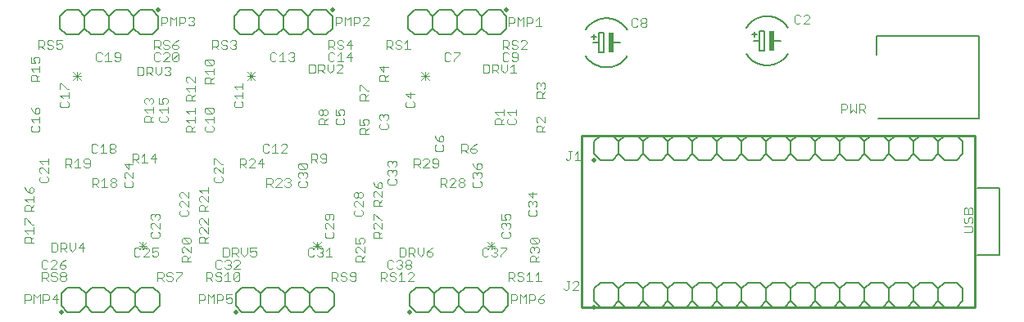
<source format=gbr>
G04 EAGLE Gerber RS-274X export*
G75*
%MOMM*%
%FSLAX34Y34*%
%LPD*%
%INSilkscreen Top*%
%IPPOS*%
%AMOC8*
5,1,8,0,0,1.08239X$1,22.5*%
G01*
%ADD10C,0.152400*%
%ADD11C,0.101600*%
%ADD12C,0.254000*%
%ADD13C,0.508000*%
%ADD14C,0.076200*%
%ADD15R,0.508000X2.032000*%
%ADD16C,0.203200*%


D10*
X987450Y128350D02*
X1010150Y128350D01*
X1010150Y58500D01*
X987450Y58500D01*
D11*
X981047Y82625D02*
X973420Y82625D01*
X981047Y82625D02*
X982572Y84151D01*
X982572Y87201D01*
X981047Y88726D01*
X973420Y88726D01*
X973420Y96556D02*
X974946Y98082D01*
X973420Y96556D02*
X973420Y93506D01*
X974946Y91980D01*
X976471Y91980D01*
X977996Y93506D01*
X977996Y96556D01*
X979521Y98082D01*
X981047Y98082D01*
X982572Y96556D01*
X982572Y93506D01*
X981047Y91980D01*
X982572Y101336D02*
X973420Y101336D01*
X973420Y105912D01*
X974946Y107437D01*
X976471Y107437D01*
X977996Y105912D01*
X979521Y107437D01*
X981047Y107437D01*
X982572Y105912D01*
X982572Y101336D01*
X977996Y101336D02*
X977996Y105912D01*
D12*
X985050Y182750D02*
X985050Y4950D01*
X578650Y4950D01*
X578650Y182750D01*
X985050Y182750D01*
D10*
X450000Y293650D02*
X443650Y287300D01*
X430950Y287300D01*
X424600Y293650D01*
X424600Y306350D01*
X430950Y312700D01*
X443650Y312700D01*
X450000Y306350D01*
X481750Y287300D02*
X494450Y287300D01*
X481750Y287300D02*
X475400Y293650D01*
X475400Y306350D01*
X481750Y312700D01*
X475400Y293650D02*
X469050Y287300D01*
X456350Y287300D01*
X450000Y293650D01*
X450000Y306350D01*
X456350Y312700D01*
X469050Y312700D01*
X475400Y306350D01*
X500800Y306350D02*
X500800Y293650D01*
X494450Y287300D01*
X500800Y306350D02*
X494450Y312700D01*
X481750Y312700D01*
X418250Y287300D02*
X405550Y287300D01*
X399200Y293650D01*
X399200Y306350D01*
X405550Y312700D01*
X424600Y293650D02*
X418250Y287300D01*
X424600Y306350D02*
X418250Y312700D01*
X405550Y312700D01*
D13*
X500800Y312700D03*
D11*
X502808Y304910D02*
X502808Y295758D01*
X502808Y304910D02*
X507384Y304910D01*
X508909Y303385D01*
X508909Y300334D01*
X507384Y298809D01*
X502808Y298809D01*
X512163Y295758D02*
X512163Y304910D01*
X515214Y301859D01*
X518264Y304910D01*
X518264Y295758D01*
X521518Y295758D02*
X521518Y304910D01*
X526094Y304910D01*
X527620Y303385D01*
X527620Y300334D01*
X526094Y298809D01*
X521518Y298809D01*
X530874Y301859D02*
X533924Y304910D01*
X533924Y295758D01*
X530874Y295758D02*
X536975Y295758D01*
D10*
X826300Y182750D02*
X839000Y182750D01*
X845350Y176400D01*
X845350Y163700D01*
X839000Y157350D01*
X845350Y176400D02*
X851700Y182750D01*
X864400Y182750D01*
X870750Y176400D01*
X870750Y163700D01*
X864400Y157350D01*
X851700Y157350D01*
X845350Y163700D01*
X800900Y182750D02*
X794550Y176400D01*
X800900Y182750D02*
X813600Y182750D01*
X819950Y176400D01*
X819950Y163700D01*
X813600Y157350D01*
X800900Y157350D01*
X794550Y163700D01*
X819950Y176400D02*
X826300Y182750D01*
X819950Y163700D02*
X826300Y157350D01*
X839000Y157350D01*
X762800Y182750D02*
X750100Y182750D01*
X762800Y182750D02*
X769150Y176400D01*
X769150Y163700D01*
X762800Y157350D01*
X769150Y176400D02*
X775500Y182750D01*
X788200Y182750D01*
X794550Y176400D01*
X794550Y163700D01*
X788200Y157350D01*
X775500Y157350D01*
X769150Y163700D01*
X724700Y182750D02*
X718350Y176400D01*
X724700Y182750D02*
X737400Y182750D01*
X743750Y176400D01*
X743750Y163700D01*
X737400Y157350D01*
X724700Y157350D01*
X718350Y163700D01*
X743750Y176400D02*
X750100Y182750D01*
X743750Y163700D02*
X750100Y157350D01*
X762800Y157350D01*
X686600Y182750D02*
X673900Y182750D01*
X686600Y182750D02*
X692950Y176400D01*
X692950Y163700D01*
X686600Y157350D01*
X692950Y176400D02*
X699300Y182750D01*
X712000Y182750D01*
X718350Y176400D01*
X718350Y163700D01*
X712000Y157350D01*
X699300Y157350D01*
X692950Y163700D01*
X648500Y182750D02*
X642150Y176400D01*
X648500Y182750D02*
X661200Y182750D01*
X667550Y176400D01*
X667550Y163700D01*
X661200Y157350D01*
X648500Y157350D01*
X642150Y163700D01*
X667550Y176400D02*
X673900Y182750D01*
X667550Y163700D02*
X673900Y157350D01*
X686600Y157350D01*
X610400Y182750D02*
X597700Y182750D01*
X610400Y182750D02*
X616750Y176400D01*
X616750Y163700D01*
X610400Y157350D01*
X616750Y176400D02*
X623100Y182750D01*
X635800Y182750D01*
X642150Y176400D01*
X642150Y163700D01*
X635800Y157350D01*
X623100Y157350D01*
X616750Y163700D01*
X591350Y163700D02*
X591350Y176400D01*
X597700Y182750D01*
X591350Y163700D02*
X597700Y157350D01*
X610400Y157350D01*
X870750Y176400D02*
X877100Y182750D01*
X889800Y182750D01*
X896150Y176400D01*
X896150Y163700D01*
X889800Y157350D01*
X877100Y157350D01*
X870750Y163700D01*
D13*
X591350Y157350D03*
D10*
X927900Y182750D02*
X940600Y182750D01*
X946950Y176400D01*
X946950Y163700D01*
X940600Y157350D01*
X946950Y176400D02*
X953300Y182750D01*
X966000Y182750D01*
X972350Y176400D01*
X972350Y163700D01*
X966000Y157350D01*
X953300Y157350D01*
X946950Y163700D01*
X902500Y182750D02*
X896150Y176400D01*
X902500Y182750D02*
X915200Y182750D01*
X921550Y176400D01*
X921550Y163700D01*
X915200Y157350D01*
X902500Y157350D01*
X896150Y163700D01*
X921550Y176400D02*
X927900Y182750D01*
X921550Y163700D02*
X927900Y157350D01*
X940600Y157350D01*
D11*
X563521Y157096D02*
X561996Y158621D01*
X563521Y157096D02*
X565047Y157096D01*
X566572Y158621D01*
X566572Y166248D01*
X565047Y166248D02*
X568097Y166248D01*
X571351Y163197D02*
X574402Y166248D01*
X574402Y157096D01*
X577452Y157096D02*
X571351Y157096D01*
D10*
X826300Y30350D02*
X839000Y30350D01*
X845350Y24000D01*
X845350Y11300D01*
X839000Y4950D01*
X845350Y24000D02*
X851700Y30350D01*
X864400Y30350D01*
X870750Y24000D01*
X870750Y11300D01*
X864400Y4950D01*
X851700Y4950D01*
X845350Y11300D01*
X800900Y30350D02*
X794550Y24000D01*
X800900Y30350D02*
X813600Y30350D01*
X819950Y24000D01*
X819950Y11300D01*
X813600Y4950D01*
X800900Y4950D01*
X794550Y11300D01*
X819950Y24000D02*
X826300Y30350D01*
X819950Y11300D02*
X826300Y4950D01*
X839000Y4950D01*
X762800Y30350D02*
X750100Y30350D01*
X762800Y30350D02*
X769150Y24000D01*
X769150Y11300D01*
X762800Y4950D01*
X769150Y24000D02*
X775500Y30350D01*
X788200Y30350D01*
X794550Y24000D01*
X794550Y11300D01*
X788200Y4950D01*
X775500Y4950D01*
X769150Y11300D01*
X724700Y30350D02*
X718350Y24000D01*
X724700Y30350D02*
X737400Y30350D01*
X743750Y24000D01*
X743750Y11300D01*
X737400Y4950D01*
X724700Y4950D01*
X718350Y11300D01*
X743750Y24000D02*
X750100Y30350D01*
X743750Y11300D02*
X750100Y4950D01*
X762800Y4950D01*
X686600Y30350D02*
X673900Y30350D01*
X686600Y30350D02*
X692950Y24000D01*
X692950Y11300D01*
X686600Y4950D01*
X692950Y24000D02*
X699300Y30350D01*
X712000Y30350D01*
X718350Y24000D01*
X718350Y11300D01*
X712000Y4950D01*
X699300Y4950D01*
X692950Y11300D01*
X648500Y30350D02*
X642150Y24000D01*
X648500Y30350D02*
X661200Y30350D01*
X667550Y24000D01*
X667550Y11300D01*
X661200Y4950D01*
X648500Y4950D01*
X642150Y11300D01*
X667550Y24000D02*
X673900Y30350D01*
X667550Y11300D02*
X673900Y4950D01*
X686600Y4950D01*
X610400Y30350D02*
X597700Y30350D01*
X610400Y30350D02*
X616750Y24000D01*
X616750Y11300D01*
X610400Y4950D01*
X616750Y24000D02*
X623100Y30350D01*
X635800Y30350D01*
X642150Y24000D01*
X642150Y11300D01*
X635800Y4950D01*
X623100Y4950D01*
X616750Y11300D01*
X591350Y11300D02*
X591350Y24000D01*
X597700Y30350D01*
X591350Y11300D02*
X597700Y4950D01*
X610400Y4950D01*
X870750Y24000D02*
X877100Y30350D01*
X889800Y30350D01*
X896150Y24000D01*
X896150Y11300D01*
X889800Y4950D01*
X877100Y4950D01*
X870750Y11300D01*
D13*
X591350Y4950D03*
D10*
X927900Y30350D02*
X940600Y30350D01*
X946950Y24000D01*
X946950Y11300D01*
X940600Y4950D01*
X946950Y24000D02*
X953300Y30350D01*
X966000Y30350D01*
X972350Y24000D01*
X972350Y11300D01*
X966000Y4950D01*
X953300Y4950D01*
X946950Y11300D01*
X902500Y30350D02*
X896150Y24000D01*
X902500Y30350D02*
X915200Y30350D01*
X921550Y24000D01*
X921550Y11300D01*
X915200Y4950D01*
X902500Y4950D01*
X896150Y11300D01*
X921550Y24000D02*
X927900Y30350D01*
X921550Y11300D02*
X927900Y4950D01*
X940600Y4950D01*
D11*
X561371Y22496D02*
X559846Y24021D01*
X561371Y22496D02*
X562897Y22496D01*
X564422Y24021D01*
X564422Y31648D01*
X562897Y31648D02*
X565947Y31648D01*
X569201Y22496D02*
X575302Y22496D01*
X569201Y22496D02*
X575302Y28597D01*
X575302Y30123D01*
X573777Y31648D01*
X570726Y31648D01*
X569201Y30123D01*
D14*
X420634Y240192D02*
X412669Y248158D01*
X420634Y248158D02*
X412669Y240192D01*
X412669Y244175D02*
X420634Y244175D01*
X416652Y240192D02*
X416652Y248158D01*
D11*
X476780Y247146D02*
X476780Y256298D01*
X476780Y247146D02*
X481356Y247146D01*
X482881Y248671D01*
X482881Y254773D01*
X481356Y256298D01*
X476780Y256298D01*
X486135Y256298D02*
X486135Y247146D01*
X486135Y256298D02*
X490711Y256298D01*
X492236Y254773D01*
X492236Y251722D01*
X490711Y250197D01*
X486135Y250197D01*
X489186Y250197D02*
X492236Y247146D01*
X495490Y250197D02*
X495490Y256298D01*
X495490Y250197D02*
X498541Y247146D01*
X501592Y250197D01*
X501592Y256298D01*
X504846Y253247D02*
X507896Y256298D01*
X507896Y247146D01*
X504846Y247146D02*
X510947Y247146D01*
X376658Y271858D02*
X376658Y281010D01*
X381234Y281010D01*
X382759Y279485D01*
X382759Y276434D01*
X381234Y274909D01*
X376658Y274909D01*
X379709Y274909D02*
X382759Y271858D01*
X390589Y281010D02*
X392114Y279485D01*
X390589Y281010D02*
X387538Y281010D01*
X386013Y279485D01*
X386013Y277959D01*
X387538Y276434D01*
X390589Y276434D01*
X392114Y274909D01*
X392114Y273383D01*
X390589Y271858D01*
X387538Y271858D01*
X386013Y273383D01*
X395368Y277959D02*
X398419Y281010D01*
X398419Y271858D01*
X395368Y271858D02*
X401470Y271858D01*
X496658Y271858D02*
X496658Y281010D01*
X501234Y281010D01*
X502759Y279485D01*
X502759Y276434D01*
X501234Y274909D01*
X496658Y274909D01*
X499709Y274909D02*
X502759Y271858D01*
X510589Y281010D02*
X512114Y279485D01*
X510589Y281010D02*
X507538Y281010D01*
X506013Y279485D01*
X506013Y277959D01*
X507538Y276434D01*
X510589Y276434D01*
X512114Y274909D01*
X512114Y273383D01*
X510589Y271858D01*
X507538Y271858D01*
X506013Y273383D01*
X515368Y271858D02*
X521470Y271858D01*
X521470Y277959D02*
X515368Y271858D01*
X521470Y277959D02*
X521470Y279485D01*
X519944Y281010D01*
X516894Y281010D01*
X515368Y279485D01*
X531490Y186658D02*
X540642Y186658D01*
X531490Y186658D02*
X531490Y191234D01*
X533016Y192759D01*
X536066Y192759D01*
X537591Y191234D01*
X537591Y186658D01*
X537591Y189709D02*
X540642Y192759D01*
X540642Y196013D02*
X540642Y202114D01*
X540642Y196013D02*
X534541Y202114D01*
X533016Y202114D01*
X531490Y200589D01*
X531490Y197538D01*
X533016Y196013D01*
X531490Y221658D02*
X540642Y221658D01*
X531490Y221658D02*
X531490Y226234D01*
X533016Y227759D01*
X536066Y227759D01*
X537591Y226234D01*
X537591Y221658D01*
X537591Y224709D02*
X540642Y227759D01*
X533016Y231013D02*
X531490Y232538D01*
X531490Y235589D01*
X533016Y237114D01*
X534541Y237114D01*
X536066Y235589D01*
X536066Y234064D01*
X536066Y235589D02*
X537591Y237114D01*
X539117Y237114D01*
X540642Y235589D01*
X540642Y232538D01*
X539117Y231013D01*
X498142Y194158D02*
X488990Y194158D01*
X488990Y198734D01*
X490516Y200259D01*
X493566Y200259D01*
X495091Y198734D01*
X495091Y194158D01*
X495091Y197209D02*
X498142Y200259D01*
X492041Y203513D02*
X488990Y206564D01*
X498142Y206564D01*
X498142Y209614D02*
X498142Y203513D01*
X454158Y173510D02*
X454158Y164358D01*
X454158Y173510D02*
X458734Y173510D01*
X460259Y171985D01*
X460259Y168934D01*
X458734Y167409D01*
X454158Y167409D01*
X457209Y167409D02*
X460259Y164358D01*
X466564Y171985D02*
X469614Y173510D01*
X466564Y171985D02*
X463513Y168934D01*
X463513Y165883D01*
X465038Y164358D01*
X468089Y164358D01*
X469614Y165883D01*
X469614Y167409D01*
X468089Y168934D01*
X463513Y168934D01*
X501490Y198734D02*
X503016Y200259D01*
X501490Y198734D02*
X501490Y195683D01*
X503016Y194158D01*
X509117Y194158D01*
X510642Y195683D01*
X510642Y198734D01*
X509117Y200259D01*
X504541Y203513D02*
X501490Y206564D01*
X510642Y206564D01*
X510642Y209614D02*
X510642Y203513D01*
D10*
X748443Y294182D02*
X748778Y294704D01*
X749125Y295218D01*
X749484Y295724D01*
X749856Y296220D01*
X750240Y296708D01*
X750636Y297186D01*
X751043Y297654D01*
X751461Y298111D01*
X751891Y298559D01*
X752331Y298996D01*
X752782Y299422D01*
X753243Y299837D01*
X753714Y300240D01*
X754195Y300632D01*
X754685Y301012D01*
X755185Y301380D01*
X755693Y301736D01*
X756210Y302079D01*
X756735Y302410D01*
X757267Y302727D01*
X757808Y303031D01*
X758356Y303323D01*
X758910Y303600D01*
X759472Y303864D01*
X760039Y304114D01*
X760613Y304351D01*
X761192Y304573D01*
X761776Y304781D01*
X762366Y304975D01*
X762960Y305154D01*
X763558Y305318D01*
X764160Y305468D01*
X764765Y305604D01*
X765374Y305724D01*
X765985Y305830D01*
X766598Y305920D01*
X767214Y305996D01*
X767831Y306056D01*
X768450Y306102D01*
X769070Y306132D01*
X769690Y306147D01*
X770310Y306147D01*
X770930Y306132D01*
X771550Y306102D01*
X772169Y306056D01*
X772786Y305996D01*
X773402Y305920D01*
X774015Y305830D01*
X774626Y305724D01*
X775235Y305604D01*
X775840Y305468D01*
X776442Y305318D01*
X777040Y305154D01*
X777634Y304975D01*
X778224Y304781D01*
X778808Y304573D01*
X779387Y304351D01*
X779961Y304114D01*
X780528Y303864D01*
X781090Y303600D01*
X781644Y303323D01*
X782192Y303031D01*
X782733Y302727D01*
X783265Y302410D01*
X783790Y302079D01*
X784307Y301736D01*
X784815Y301380D01*
X785315Y301012D01*
X785805Y300632D01*
X786286Y300240D01*
X786757Y299837D01*
X787218Y299422D01*
X787669Y298996D01*
X788109Y298559D01*
X788539Y298111D01*
X788957Y297654D01*
X789364Y297186D01*
X789760Y296708D01*
X790144Y296220D01*
X790516Y295724D01*
X790875Y295218D01*
X791222Y294704D01*
X791557Y294182D01*
X791557Y267318D02*
X791222Y266796D01*
X790875Y266282D01*
X790516Y265776D01*
X790144Y265280D01*
X789760Y264792D01*
X789364Y264314D01*
X788957Y263846D01*
X788539Y263389D01*
X788109Y262941D01*
X787669Y262504D01*
X787218Y262078D01*
X786757Y261663D01*
X786286Y261260D01*
X785805Y260868D01*
X785315Y260488D01*
X784815Y260120D01*
X784307Y259764D01*
X783790Y259421D01*
X783265Y259090D01*
X782733Y258773D01*
X782192Y258469D01*
X781644Y258177D01*
X781090Y257900D01*
X780528Y257636D01*
X779961Y257386D01*
X779387Y257149D01*
X778808Y256927D01*
X778224Y256719D01*
X777634Y256525D01*
X777040Y256346D01*
X776442Y256182D01*
X775840Y256032D01*
X775235Y255896D01*
X774626Y255776D01*
X774015Y255670D01*
X773402Y255580D01*
X772786Y255504D01*
X772169Y255444D01*
X771550Y255398D01*
X770930Y255368D01*
X770310Y255353D01*
X769690Y255353D01*
X769070Y255368D01*
X768450Y255398D01*
X767831Y255444D01*
X767214Y255504D01*
X766598Y255580D01*
X765985Y255670D01*
X765374Y255776D01*
X764765Y255896D01*
X764160Y256032D01*
X763558Y256182D01*
X762960Y256346D01*
X762366Y256525D01*
X761776Y256719D01*
X761192Y256927D01*
X760613Y257149D01*
X760039Y257386D01*
X759472Y257636D01*
X758910Y257900D01*
X758356Y258177D01*
X757808Y258469D01*
X757267Y258773D01*
X756735Y259090D01*
X756210Y259421D01*
X755693Y259764D01*
X755185Y260120D01*
X754685Y260488D01*
X754195Y260868D01*
X753714Y261260D01*
X753243Y261663D01*
X752782Y262078D01*
X752331Y262504D01*
X751891Y262941D01*
X751461Y263389D01*
X751043Y263846D01*
X750636Y264314D01*
X750240Y264792D01*
X749856Y265280D01*
X749484Y265776D01*
X749125Y266282D01*
X748778Y266796D01*
X748443Y267318D01*
X756030Y280750D02*
X762380Y280750D01*
X762380Y270590D01*
X767460Y270590D01*
X767460Y290910D01*
X762380Y290910D01*
X762380Y280750D01*
X776350Y280750D02*
X783970Y280750D01*
X759840Y287100D02*
X754760Y287100D01*
X757300Y284560D02*
X757300Y289640D01*
D15*
X775080Y280750D03*
D11*
X802834Y307660D02*
X804359Y306135D01*
X802834Y307660D02*
X799783Y307660D01*
X798258Y306135D01*
X798258Y300033D01*
X799783Y298508D01*
X802834Y298508D01*
X804359Y300033D01*
X807613Y298508D02*
X813714Y298508D01*
X807613Y298508D02*
X813714Y304609D01*
X813714Y306135D01*
X812189Y307660D01*
X809138Y307660D01*
X807613Y306135D01*
D10*
X625557Y292032D02*
X625222Y292554D01*
X624875Y293068D01*
X624516Y293574D01*
X624144Y294070D01*
X623760Y294558D01*
X623364Y295036D01*
X622957Y295504D01*
X622539Y295961D01*
X622109Y296409D01*
X621669Y296846D01*
X621218Y297272D01*
X620757Y297687D01*
X620286Y298090D01*
X619805Y298482D01*
X619315Y298862D01*
X618815Y299230D01*
X618307Y299586D01*
X617790Y299929D01*
X617265Y300260D01*
X616733Y300577D01*
X616192Y300881D01*
X615644Y301173D01*
X615090Y301450D01*
X614528Y301714D01*
X613961Y301964D01*
X613387Y302201D01*
X612808Y302423D01*
X612224Y302631D01*
X611634Y302825D01*
X611040Y303004D01*
X610442Y303168D01*
X609840Y303318D01*
X609235Y303454D01*
X608626Y303574D01*
X608015Y303680D01*
X607402Y303770D01*
X606786Y303846D01*
X606169Y303906D01*
X605550Y303952D01*
X604930Y303982D01*
X604310Y303997D01*
X603690Y303997D01*
X603070Y303982D01*
X602450Y303952D01*
X601831Y303906D01*
X601214Y303846D01*
X600598Y303770D01*
X599985Y303680D01*
X599374Y303574D01*
X598765Y303454D01*
X598160Y303318D01*
X597558Y303168D01*
X596960Y303004D01*
X596366Y302825D01*
X595776Y302631D01*
X595192Y302423D01*
X594613Y302201D01*
X594039Y301964D01*
X593472Y301714D01*
X592910Y301450D01*
X592356Y301173D01*
X591808Y300881D01*
X591267Y300577D01*
X590735Y300260D01*
X590210Y299929D01*
X589693Y299586D01*
X589185Y299230D01*
X588685Y298862D01*
X588195Y298482D01*
X587714Y298090D01*
X587243Y297687D01*
X586782Y297272D01*
X586331Y296846D01*
X585891Y296409D01*
X585461Y295961D01*
X585043Y295504D01*
X584636Y295036D01*
X584240Y294558D01*
X583856Y294070D01*
X583484Y293574D01*
X583125Y293068D01*
X582778Y292554D01*
X582443Y292032D01*
X582443Y265168D02*
X582778Y264646D01*
X583125Y264132D01*
X583484Y263626D01*
X583856Y263130D01*
X584240Y262642D01*
X584636Y262164D01*
X585043Y261696D01*
X585461Y261239D01*
X585891Y260791D01*
X586331Y260354D01*
X586782Y259928D01*
X587243Y259513D01*
X587714Y259110D01*
X588195Y258718D01*
X588685Y258338D01*
X589185Y257970D01*
X589693Y257614D01*
X590210Y257271D01*
X590735Y256940D01*
X591267Y256623D01*
X591808Y256319D01*
X592356Y256027D01*
X592910Y255750D01*
X593472Y255486D01*
X594039Y255236D01*
X594613Y254999D01*
X595192Y254777D01*
X595776Y254569D01*
X596366Y254375D01*
X596960Y254196D01*
X597558Y254032D01*
X598160Y253882D01*
X598765Y253746D01*
X599374Y253626D01*
X599985Y253520D01*
X600598Y253430D01*
X601214Y253354D01*
X601831Y253294D01*
X602450Y253248D01*
X603070Y253218D01*
X603690Y253203D01*
X604310Y253203D01*
X604930Y253218D01*
X605550Y253248D01*
X606169Y253294D01*
X606786Y253354D01*
X607402Y253430D01*
X608015Y253520D01*
X608626Y253626D01*
X609235Y253746D01*
X609840Y253882D01*
X610442Y254032D01*
X611040Y254196D01*
X611634Y254375D01*
X612224Y254569D01*
X612808Y254777D01*
X613387Y254999D01*
X613961Y255236D01*
X614528Y255486D01*
X615090Y255750D01*
X615644Y256027D01*
X616192Y256319D01*
X616733Y256623D01*
X617265Y256940D01*
X617790Y257271D01*
X618307Y257614D01*
X618815Y257970D01*
X619315Y258338D01*
X619805Y258718D01*
X620286Y259110D01*
X620757Y259513D01*
X621218Y259928D01*
X621669Y260354D01*
X622109Y260791D01*
X622539Y261239D01*
X622957Y261696D01*
X623364Y262164D01*
X623760Y262642D01*
X624144Y263130D01*
X624516Y263626D01*
X624875Y264132D01*
X625222Y264646D01*
X625557Y265168D01*
X596380Y278600D02*
X590030Y278600D01*
X596380Y278600D02*
X596380Y268440D01*
X601460Y268440D01*
X601460Y288760D01*
X596380Y288760D01*
X596380Y278600D01*
X610350Y278600D02*
X617970Y278600D01*
X593840Y284950D02*
X588760Y284950D01*
X591300Y282410D02*
X591300Y287490D01*
D15*
X609080Y278600D03*
D11*
X634684Y304160D02*
X636209Y302635D01*
X634684Y304160D02*
X631633Y304160D01*
X630108Y302635D01*
X630108Y296533D01*
X631633Y295008D01*
X634684Y295008D01*
X636209Y296533D01*
X639463Y302635D02*
X640988Y304160D01*
X644039Y304160D01*
X645564Y302635D01*
X645564Y301109D01*
X644039Y299584D01*
X645564Y298059D01*
X645564Y296533D01*
X644039Y295008D01*
X640988Y295008D01*
X639463Y296533D01*
X639463Y298059D01*
X640988Y299584D01*
X639463Y301109D01*
X639463Y302635D01*
X640988Y299584D02*
X644039Y299584D01*
X370516Y195259D02*
X368990Y193734D01*
X368990Y190683D01*
X370516Y189158D01*
X376617Y189158D01*
X378142Y190683D01*
X378142Y193734D01*
X376617Y195259D01*
X370516Y198513D02*
X368990Y200038D01*
X368990Y203089D01*
X370516Y204614D01*
X372041Y204614D01*
X373566Y203089D01*
X373566Y201564D01*
X373566Y203089D02*
X375091Y204614D01*
X376617Y204614D01*
X378142Y203089D01*
X378142Y200038D01*
X376617Y198513D01*
X396490Y216234D02*
X398016Y217759D01*
X396490Y216234D02*
X396490Y213183D01*
X398016Y211658D01*
X404117Y211658D01*
X405642Y213183D01*
X405642Y216234D01*
X404117Y217759D01*
X405642Y225589D02*
X396490Y225589D01*
X401066Y221013D01*
X401066Y227114D01*
X428016Y172759D02*
X426490Y171234D01*
X426490Y168183D01*
X428016Y166658D01*
X434117Y166658D01*
X435642Y168183D01*
X435642Y171234D01*
X434117Y172759D01*
X428016Y179064D02*
X426490Y182114D01*
X428016Y179064D02*
X431066Y176013D01*
X434117Y176013D01*
X435642Y177538D01*
X435642Y180589D01*
X434117Y182114D01*
X432591Y182114D01*
X431066Y180589D01*
X431066Y176013D01*
X442759Y266985D02*
X441234Y268510D01*
X438183Y268510D01*
X436658Y266985D01*
X436658Y260883D01*
X438183Y259358D01*
X441234Y259358D01*
X442759Y260883D01*
X446013Y268510D02*
X452114Y268510D01*
X452114Y266985D01*
X446013Y260883D01*
X446013Y259358D01*
X501234Y268510D02*
X502759Y266985D01*
X501234Y268510D02*
X498183Y268510D01*
X496658Y266985D01*
X496658Y260883D01*
X498183Y259358D01*
X501234Y259358D01*
X502759Y260883D01*
X506013Y260883D02*
X507538Y259358D01*
X510589Y259358D01*
X512114Y260883D01*
X512114Y266985D01*
X510589Y268510D01*
X507538Y268510D01*
X506013Y266985D01*
X506013Y265459D01*
X507538Y263934D01*
X512114Y263934D01*
X378142Y239158D02*
X368990Y239158D01*
X368990Y243734D01*
X370516Y245259D01*
X373566Y245259D01*
X375091Y243734D01*
X375091Y239158D01*
X375091Y242209D02*
X378142Y245259D01*
X378142Y253089D02*
X368990Y253089D01*
X373566Y248513D01*
X373566Y254614D01*
D10*
X270000Y293650D02*
X263650Y287300D01*
X250950Y287300D01*
X244600Y293650D01*
X244600Y306350D01*
X250950Y312700D01*
X263650Y312700D01*
X270000Y306350D01*
X301750Y287300D02*
X314450Y287300D01*
X301750Y287300D02*
X295400Y293650D01*
X295400Y306350D01*
X301750Y312700D01*
X295400Y293650D02*
X289050Y287300D01*
X276350Y287300D01*
X270000Y293650D01*
X270000Y306350D01*
X276350Y312700D01*
X289050Y312700D01*
X295400Y306350D01*
X320800Y306350D02*
X320800Y293650D01*
X314450Y287300D01*
X320800Y306350D02*
X314450Y312700D01*
X301750Y312700D01*
X238250Y287300D02*
X225550Y287300D01*
X219200Y293650D01*
X219200Y306350D01*
X225550Y312700D01*
X244600Y293650D02*
X238250Y287300D01*
X244600Y306350D02*
X238250Y312700D01*
X225550Y312700D01*
D13*
X320800Y312700D03*
D11*
X323946Y305448D02*
X323946Y296296D01*
X323946Y305448D02*
X328522Y305448D01*
X330047Y303923D01*
X330047Y300872D01*
X328522Y299347D01*
X323946Y299347D01*
X333301Y296296D02*
X333301Y305448D01*
X336352Y302397D01*
X339402Y305448D01*
X339402Y296296D01*
X342656Y296296D02*
X342656Y305448D01*
X347232Y305448D01*
X348758Y303923D01*
X348758Y300872D01*
X347232Y299347D01*
X342656Y299347D01*
X352012Y296296D02*
X358113Y296296D01*
X352012Y296296D02*
X358113Y302397D01*
X358113Y303923D01*
X356587Y305448D01*
X353537Y305448D01*
X352012Y303923D01*
D14*
X240634Y240192D02*
X232669Y248158D01*
X240634Y248158D02*
X232669Y240192D01*
X232669Y244175D02*
X240634Y244175D01*
X236652Y240192D02*
X236652Y248158D01*
D11*
X296780Y247146D02*
X296780Y256298D01*
X296780Y247146D02*
X301356Y247146D01*
X302881Y248671D01*
X302881Y254773D01*
X301356Y256298D01*
X296780Y256298D01*
X306135Y256298D02*
X306135Y247146D01*
X306135Y256298D02*
X310711Y256298D01*
X312236Y254773D01*
X312236Y251722D01*
X310711Y250197D01*
X306135Y250197D01*
X309186Y250197D02*
X312236Y247146D01*
X315490Y250197D02*
X315490Y256298D01*
X315490Y250197D02*
X318541Y247146D01*
X321592Y250197D01*
X321592Y256298D01*
X324846Y247146D02*
X330947Y247146D01*
X324846Y247146D02*
X330947Y253247D01*
X330947Y254773D01*
X329421Y256298D01*
X326371Y256298D01*
X324846Y254773D01*
X196658Y271858D02*
X196658Y281010D01*
X201234Y281010D01*
X202759Y279485D01*
X202759Y276434D01*
X201234Y274909D01*
X196658Y274909D01*
X199709Y274909D02*
X202759Y271858D01*
X210589Y281010D02*
X212114Y279485D01*
X210589Y281010D02*
X207538Y281010D01*
X206013Y279485D01*
X206013Y277959D01*
X207538Y276434D01*
X210589Y276434D01*
X212114Y274909D01*
X212114Y273383D01*
X210589Y271858D01*
X207538Y271858D01*
X206013Y273383D01*
X215368Y279485D02*
X216894Y281010D01*
X219944Y281010D01*
X221470Y279485D01*
X221470Y277959D01*
X219944Y276434D01*
X218419Y276434D01*
X219944Y276434D02*
X221470Y274909D01*
X221470Y273383D01*
X219944Y271858D01*
X216894Y271858D01*
X215368Y273383D01*
X316658Y271858D02*
X316658Y281010D01*
X321234Y281010D01*
X322759Y279485D01*
X322759Y276434D01*
X321234Y274909D01*
X316658Y274909D01*
X319709Y274909D02*
X322759Y271858D01*
X330589Y281010D02*
X332114Y279485D01*
X330589Y281010D02*
X327538Y281010D01*
X326013Y279485D01*
X326013Y277959D01*
X327538Y276434D01*
X330589Y276434D01*
X332114Y274909D01*
X332114Y273383D01*
X330589Y271858D01*
X327538Y271858D01*
X326013Y273383D01*
X339944Y271858D02*
X339944Y281010D01*
X335368Y276434D01*
X341470Y276434D01*
X348990Y184158D02*
X358142Y184158D01*
X348990Y184158D02*
X348990Y188734D01*
X350516Y190259D01*
X353566Y190259D01*
X355091Y188734D01*
X355091Y184158D01*
X355091Y187209D02*
X358142Y190259D01*
X348990Y193513D02*
X348990Y199614D01*
X348990Y193513D02*
X353566Y193513D01*
X352041Y196564D01*
X352041Y198089D01*
X353566Y199614D01*
X356617Y199614D01*
X358142Y198089D01*
X358142Y195038D01*
X356617Y193513D01*
X358142Y219158D02*
X348990Y219158D01*
X348990Y223734D01*
X350516Y225259D01*
X353566Y225259D01*
X355091Y223734D01*
X355091Y219158D01*
X355091Y222209D02*
X358142Y225259D01*
X348990Y228513D02*
X348990Y234614D01*
X350516Y234614D01*
X356617Y228513D01*
X358142Y228513D01*
X315642Y194158D02*
X306490Y194158D01*
X306490Y198734D01*
X308016Y200259D01*
X311066Y200259D01*
X312591Y198734D01*
X312591Y194158D01*
X312591Y197209D02*
X315642Y200259D01*
X308016Y203513D02*
X306490Y205038D01*
X306490Y208089D01*
X308016Y209614D01*
X309541Y209614D01*
X311066Y208089D01*
X312591Y209614D01*
X314117Y209614D01*
X315642Y208089D01*
X315642Y205038D01*
X314117Y203513D01*
X312591Y203513D01*
X311066Y205038D01*
X309541Y203513D01*
X308016Y203513D01*
X311066Y205038D02*
X311066Y208089D01*
X299158Y163510D02*
X299158Y154358D01*
X299158Y163510D02*
X303734Y163510D01*
X305259Y161985D01*
X305259Y158934D01*
X303734Y157409D01*
X299158Y157409D01*
X302209Y157409D02*
X305259Y154358D01*
X308513Y155883D02*
X310038Y154358D01*
X313089Y154358D01*
X314614Y155883D01*
X314614Y161985D01*
X313089Y163510D01*
X310038Y163510D01*
X308513Y161985D01*
X308513Y160459D01*
X310038Y158934D01*
X314614Y158934D01*
X323990Y198734D02*
X325516Y200259D01*
X323990Y198734D02*
X323990Y195683D01*
X325516Y194158D01*
X331617Y194158D01*
X333142Y195683D01*
X333142Y198734D01*
X331617Y200259D01*
X323990Y203513D02*
X323990Y209614D01*
X323990Y203513D02*
X328566Y203513D01*
X327041Y206564D01*
X327041Y208089D01*
X328566Y209614D01*
X331617Y209614D01*
X333142Y208089D01*
X333142Y205038D01*
X331617Y203513D01*
X190516Y192759D02*
X188990Y191234D01*
X188990Y188183D01*
X190516Y186658D01*
X196617Y186658D01*
X198142Y188183D01*
X198142Y191234D01*
X196617Y192759D01*
X192041Y196013D02*
X188990Y199064D01*
X198142Y199064D01*
X198142Y202114D02*
X198142Y196013D01*
X196617Y205368D02*
X190516Y205368D01*
X188990Y206894D01*
X188990Y209944D01*
X190516Y211470D01*
X196617Y211470D01*
X198142Y209944D01*
X198142Y206894D01*
X196617Y205368D01*
X190516Y211470D01*
X218990Y216234D02*
X220516Y217759D01*
X218990Y216234D02*
X218990Y213183D01*
X220516Y211658D01*
X226617Y211658D01*
X228142Y213183D01*
X228142Y216234D01*
X226617Y217759D01*
X222041Y221013D02*
X218990Y224064D01*
X228142Y224064D01*
X228142Y227114D02*
X228142Y221013D01*
X222041Y230368D02*
X218990Y233419D01*
X228142Y233419D01*
X228142Y230368D02*
X228142Y236470D01*
X253734Y173510D02*
X255259Y171985D01*
X253734Y173510D02*
X250683Y173510D01*
X249158Y171985D01*
X249158Y165883D01*
X250683Y164358D01*
X253734Y164358D01*
X255259Y165883D01*
X258513Y170459D02*
X261564Y173510D01*
X261564Y164358D01*
X264614Y164358D02*
X258513Y164358D01*
X267868Y164358D02*
X273970Y164358D01*
X273970Y170459D02*
X267868Y164358D01*
X273970Y170459D02*
X273970Y171985D01*
X272444Y173510D01*
X269394Y173510D01*
X267868Y171985D01*
X262759Y266985D02*
X261234Y268510D01*
X258183Y268510D01*
X256658Y266985D01*
X256658Y260883D01*
X258183Y259358D01*
X261234Y259358D01*
X262759Y260883D01*
X266013Y265459D02*
X269064Y268510D01*
X269064Y259358D01*
X272114Y259358D02*
X266013Y259358D01*
X275368Y266985D02*
X276894Y268510D01*
X279944Y268510D01*
X281470Y266985D01*
X281470Y265459D01*
X279944Y263934D01*
X278419Y263934D01*
X279944Y263934D02*
X281470Y262409D01*
X281470Y260883D01*
X279944Y259358D01*
X276894Y259358D01*
X275368Y260883D01*
X321234Y268510D02*
X322759Y266985D01*
X321234Y268510D02*
X318183Y268510D01*
X316658Y266985D01*
X316658Y260883D01*
X318183Y259358D01*
X321234Y259358D01*
X322759Y260883D01*
X326013Y265459D02*
X329064Y268510D01*
X329064Y259358D01*
X332114Y259358D02*
X326013Y259358D01*
X339944Y259358D02*
X339944Y268510D01*
X335368Y263934D01*
X341470Y263934D01*
X198142Y236658D02*
X188990Y236658D01*
X188990Y241234D01*
X190516Y242759D01*
X193566Y242759D01*
X195091Y241234D01*
X195091Y236658D01*
X195091Y239709D02*
X198142Y242759D01*
X192041Y246013D02*
X188990Y249064D01*
X198142Y249064D01*
X198142Y252114D02*
X198142Y246013D01*
X196617Y255368D02*
X190516Y255368D01*
X188990Y256894D01*
X188990Y259944D01*
X190516Y261470D01*
X196617Y261470D01*
X198142Y259944D01*
X198142Y256894D01*
X196617Y255368D01*
X190516Y261470D01*
D10*
X90000Y293650D02*
X83650Y287300D01*
X70950Y287300D01*
X64600Y293650D01*
X64600Y306350D01*
X70950Y312700D01*
X83650Y312700D01*
X90000Y306350D01*
X121750Y287300D02*
X134450Y287300D01*
X121750Y287300D02*
X115400Y293650D01*
X115400Y306350D01*
X121750Y312700D01*
X115400Y293650D02*
X109050Y287300D01*
X96350Y287300D01*
X90000Y293650D01*
X90000Y306350D01*
X96350Y312700D01*
X109050Y312700D01*
X115400Y306350D01*
X140800Y306350D02*
X140800Y293650D01*
X134450Y287300D01*
X140800Y306350D02*
X134450Y312700D01*
X121750Y312700D01*
X58250Y287300D02*
X45550Y287300D01*
X39200Y293650D01*
X39200Y306350D01*
X45550Y312700D01*
X64600Y293650D02*
X58250Y287300D01*
X64600Y306350D02*
X58250Y312700D01*
X45550Y312700D01*
D13*
X140800Y312700D03*
D11*
X143946Y305448D02*
X143946Y296296D01*
X143946Y305448D02*
X148522Y305448D01*
X150047Y303923D01*
X150047Y300872D01*
X148522Y299347D01*
X143946Y299347D01*
X153301Y296296D02*
X153301Y305448D01*
X156352Y302397D01*
X159402Y305448D01*
X159402Y296296D01*
X162656Y296296D02*
X162656Y305448D01*
X167232Y305448D01*
X168758Y303923D01*
X168758Y300872D01*
X167232Y299347D01*
X162656Y299347D01*
X172012Y303923D02*
X173537Y305448D01*
X176587Y305448D01*
X178113Y303923D01*
X178113Y302397D01*
X176587Y300872D01*
X175062Y300872D01*
X176587Y300872D02*
X178113Y299347D01*
X178113Y297821D01*
X176587Y296296D01*
X173537Y296296D01*
X172012Y297821D01*
D14*
X60634Y240192D02*
X52669Y248158D01*
X60634Y248158D02*
X52669Y240192D01*
X52669Y244175D02*
X60634Y244175D01*
X56652Y240192D02*
X56652Y248158D01*
D11*
X119280Y244646D02*
X119280Y253798D01*
X119280Y244646D02*
X123856Y244646D01*
X125381Y246171D01*
X125381Y252273D01*
X123856Y253798D01*
X119280Y253798D01*
X128635Y253798D02*
X128635Y244646D01*
X128635Y253798D02*
X133211Y253798D01*
X134736Y252273D01*
X134736Y249222D01*
X133211Y247697D01*
X128635Y247697D01*
X131686Y247697D02*
X134736Y244646D01*
X137990Y247697D02*
X137990Y253798D01*
X137990Y247697D02*
X141041Y244646D01*
X144092Y247697D01*
X144092Y253798D01*
X147346Y252273D02*
X148871Y253798D01*
X151921Y253798D01*
X153447Y252273D01*
X153447Y250747D01*
X151921Y249222D01*
X150396Y249222D01*
X151921Y249222D02*
X153447Y247697D01*
X153447Y246171D01*
X151921Y244646D01*
X148871Y244646D01*
X147346Y246171D01*
X16658Y271858D02*
X16658Y281010D01*
X21234Y281010D01*
X22759Y279485D01*
X22759Y276434D01*
X21234Y274909D01*
X16658Y274909D01*
X19709Y274909D02*
X22759Y271858D01*
X30589Y281010D02*
X32114Y279485D01*
X30589Y281010D02*
X27538Y281010D01*
X26013Y279485D01*
X26013Y277959D01*
X27538Y276434D01*
X30589Y276434D01*
X32114Y274909D01*
X32114Y273383D01*
X30589Y271858D01*
X27538Y271858D01*
X26013Y273383D01*
X35368Y281010D02*
X41470Y281010D01*
X35368Y281010D02*
X35368Y276434D01*
X38419Y277959D01*
X39944Y277959D01*
X41470Y276434D01*
X41470Y273383D01*
X39944Y271858D01*
X36894Y271858D01*
X35368Y273383D01*
X136658Y271858D02*
X136658Y281010D01*
X141234Y281010D01*
X142759Y279485D01*
X142759Y276434D01*
X141234Y274909D01*
X136658Y274909D01*
X139709Y274909D02*
X142759Y271858D01*
X150589Y281010D02*
X152114Y279485D01*
X150589Y281010D02*
X147538Y281010D01*
X146013Y279485D01*
X146013Y277959D01*
X147538Y276434D01*
X150589Y276434D01*
X152114Y274909D01*
X152114Y273383D01*
X150589Y271858D01*
X147538Y271858D01*
X146013Y273383D01*
X158419Y279485D02*
X161470Y281010D01*
X158419Y279485D02*
X155368Y276434D01*
X155368Y273383D01*
X156894Y271858D01*
X159944Y271858D01*
X161470Y273383D01*
X161470Y274909D01*
X159944Y276434D01*
X155368Y276434D01*
X169350Y186292D02*
X178502Y186292D01*
X169350Y186292D02*
X169350Y190868D01*
X170876Y192394D01*
X173926Y192394D01*
X175451Y190868D01*
X175451Y186292D01*
X175451Y189343D02*
X178502Y192394D01*
X172401Y195648D02*
X169350Y198698D01*
X178502Y198698D01*
X178502Y195648D02*
X178502Y201749D01*
X172401Y205003D02*
X169350Y208053D01*
X178502Y208053D01*
X178502Y205003D02*
X178502Y211104D01*
X178502Y218792D02*
X169350Y218792D01*
X169350Y223368D01*
X170876Y224894D01*
X173926Y224894D01*
X175451Y223368D01*
X175451Y218792D01*
X175451Y221843D02*
X178502Y224894D01*
X172401Y228148D02*
X169350Y231198D01*
X178502Y231198D01*
X178502Y228148D02*
X178502Y234249D01*
X178502Y237503D02*
X178502Y243604D01*
X178502Y237503D02*
X172401Y243604D01*
X170876Y243604D01*
X169350Y242079D01*
X169350Y239028D01*
X170876Y237503D01*
X135642Y196658D02*
X126490Y196658D01*
X126490Y201234D01*
X128016Y202759D01*
X131066Y202759D01*
X132591Y201234D01*
X132591Y196658D01*
X132591Y199709D02*
X135642Y202759D01*
X129541Y206013D02*
X126490Y209064D01*
X135642Y209064D01*
X135642Y212114D02*
X135642Y206013D01*
X128016Y215368D02*
X126490Y216894D01*
X126490Y219944D01*
X128016Y221470D01*
X129541Y221470D01*
X131066Y219944D01*
X131066Y218419D01*
X131066Y219944D02*
X132591Y221470D01*
X134117Y221470D01*
X135642Y219944D01*
X135642Y216894D01*
X134117Y215368D01*
X114158Y163510D02*
X114158Y154358D01*
X114158Y163510D02*
X118734Y163510D01*
X120259Y161985D01*
X120259Y158934D01*
X118734Y157409D01*
X114158Y157409D01*
X117209Y157409D02*
X120259Y154358D01*
X123513Y160459D02*
X126564Y163510D01*
X126564Y154358D01*
X129614Y154358D02*
X123513Y154358D01*
X137444Y154358D02*
X137444Y163510D01*
X132868Y158934D01*
X138970Y158934D01*
X141490Y201234D02*
X143016Y202759D01*
X141490Y201234D02*
X141490Y198183D01*
X143016Y196658D01*
X149117Y196658D01*
X150642Y198183D01*
X150642Y201234D01*
X149117Y202759D01*
X144541Y206013D02*
X141490Y209064D01*
X150642Y209064D01*
X150642Y212114D02*
X150642Y206013D01*
X141490Y215368D02*
X141490Y221470D01*
X141490Y215368D02*
X146066Y215368D01*
X144541Y218419D01*
X144541Y219944D01*
X146066Y221470D01*
X149117Y221470D01*
X150642Y219944D01*
X150642Y216894D01*
X149117Y215368D01*
X10516Y192759D02*
X8990Y191234D01*
X8990Y188183D01*
X10516Y186658D01*
X16617Y186658D01*
X18142Y188183D01*
X18142Y191234D01*
X16617Y192759D01*
X12041Y196013D02*
X8990Y199064D01*
X18142Y199064D01*
X18142Y202114D02*
X18142Y196013D01*
X10516Y208419D02*
X8990Y211470D01*
X10516Y208419D02*
X13566Y205368D01*
X16617Y205368D01*
X18142Y206894D01*
X18142Y209944D01*
X16617Y211470D01*
X15091Y211470D01*
X13566Y209944D01*
X13566Y205368D01*
X38990Y216234D02*
X40516Y217759D01*
X38990Y216234D02*
X38990Y213183D01*
X40516Y211658D01*
X46617Y211658D01*
X48142Y213183D01*
X48142Y216234D01*
X46617Y217759D01*
X42041Y221013D02*
X38990Y224064D01*
X48142Y224064D01*
X48142Y227114D02*
X48142Y221013D01*
X38990Y230368D02*
X38990Y236470D01*
X40516Y236470D01*
X46617Y230368D01*
X48142Y230368D01*
X76234Y173510D02*
X77759Y171985D01*
X76234Y173510D02*
X73183Y173510D01*
X71658Y171985D01*
X71658Y165883D01*
X73183Y164358D01*
X76234Y164358D01*
X77759Y165883D01*
X81013Y170459D02*
X84064Y173510D01*
X84064Y164358D01*
X87114Y164358D02*
X81013Y164358D01*
X90368Y171985D02*
X91894Y173510D01*
X94944Y173510D01*
X96470Y171985D01*
X96470Y170459D01*
X94944Y168934D01*
X96470Y167409D01*
X96470Y165883D01*
X94944Y164358D01*
X91894Y164358D01*
X90368Y165883D01*
X90368Y167409D01*
X91894Y168934D01*
X90368Y170459D01*
X90368Y171985D01*
X91894Y168934D02*
X94944Y168934D01*
X82759Y266985D02*
X81234Y268510D01*
X78183Y268510D01*
X76658Y266985D01*
X76658Y260883D01*
X78183Y259358D01*
X81234Y259358D01*
X82759Y260883D01*
X86013Y265459D02*
X89064Y268510D01*
X89064Y259358D01*
X92114Y259358D02*
X86013Y259358D01*
X95368Y260883D02*
X96894Y259358D01*
X99944Y259358D01*
X101470Y260883D01*
X101470Y266985D01*
X99944Y268510D01*
X96894Y268510D01*
X95368Y266985D01*
X95368Y265459D01*
X96894Y263934D01*
X101470Y263934D01*
X141234Y268510D02*
X142759Y266985D01*
X141234Y268510D02*
X138183Y268510D01*
X136658Y266985D01*
X136658Y260883D01*
X138183Y259358D01*
X141234Y259358D01*
X142759Y260883D01*
X146013Y259358D02*
X152114Y259358D01*
X146013Y259358D02*
X152114Y265459D01*
X152114Y266985D01*
X150589Y268510D01*
X147538Y268510D01*
X146013Y266985D01*
X155368Y266985D02*
X155368Y260883D01*
X155368Y266985D02*
X156894Y268510D01*
X159944Y268510D01*
X161470Y266985D01*
X161470Y260883D01*
X159944Y259358D01*
X156894Y259358D01*
X155368Y260883D01*
X161470Y266985D01*
X18142Y239158D02*
X8990Y239158D01*
X8990Y243734D01*
X10516Y245259D01*
X13566Y245259D01*
X15091Y243734D01*
X15091Y239158D01*
X15091Y242209D02*
X18142Y245259D01*
X12041Y248513D02*
X8990Y251564D01*
X18142Y251564D01*
X18142Y254614D02*
X18142Y248513D01*
X8990Y257868D02*
X8990Y263970D01*
X8990Y257868D02*
X13566Y257868D01*
X12041Y260919D01*
X12041Y262444D01*
X13566Y263970D01*
X16617Y263970D01*
X18142Y262444D01*
X18142Y259394D01*
X16617Y257868D01*
D10*
X97850Y25200D02*
X91500Y18850D01*
X97850Y25200D02*
X110550Y25200D01*
X116900Y18850D01*
X116900Y6150D01*
X110550Y-200D01*
X97850Y-200D01*
X91500Y6150D01*
X59750Y25200D02*
X47050Y25200D01*
X59750Y25200D02*
X66100Y18850D01*
X66100Y6150D01*
X59750Y-200D01*
X66100Y18850D02*
X72450Y25200D01*
X85150Y25200D01*
X91500Y18850D01*
X91500Y6150D01*
X85150Y-200D01*
X72450Y-200D01*
X66100Y6150D01*
X40700Y6150D02*
X40700Y18850D01*
X47050Y25200D01*
X40700Y6150D02*
X47050Y-200D01*
X59750Y-200D01*
X123250Y25200D02*
X135950Y25200D01*
X142300Y18850D01*
X142300Y6150D01*
X135950Y-200D01*
X116900Y18850D02*
X123250Y25200D01*
X116900Y6150D02*
X123250Y-200D01*
X135950Y-200D01*
D13*
X40700Y-200D03*
D11*
X2946Y8796D02*
X2946Y17948D01*
X7522Y17948D01*
X9047Y16423D01*
X9047Y13372D01*
X7522Y11847D01*
X2946Y11847D01*
X12301Y8796D02*
X12301Y17948D01*
X15352Y14897D01*
X18402Y17948D01*
X18402Y8796D01*
X21656Y8796D02*
X21656Y17948D01*
X26232Y17948D01*
X27758Y16423D01*
X27758Y13372D01*
X26232Y11847D01*
X21656Y11847D01*
X35587Y8796D02*
X35587Y17948D01*
X31012Y13372D01*
X37113Y13372D01*
D14*
X120866Y72308D02*
X128831Y64342D01*
X120866Y64342D02*
X128831Y72308D01*
X128831Y68325D02*
X120866Y68325D01*
X124848Y72308D02*
X124848Y64342D01*
D11*
X30280Y62146D02*
X30280Y71298D01*
X30280Y62146D02*
X34856Y62146D01*
X36381Y63671D01*
X36381Y69773D01*
X34856Y71298D01*
X30280Y71298D01*
X39635Y71298D02*
X39635Y62146D01*
X39635Y71298D02*
X44211Y71298D01*
X45736Y69773D01*
X45736Y66722D01*
X44211Y65197D01*
X39635Y65197D01*
X42686Y65197D02*
X45736Y62146D01*
X48990Y65197D02*
X48990Y71298D01*
X48990Y65197D02*
X52041Y62146D01*
X55092Y65197D01*
X55092Y71298D01*
X62921Y71298D02*
X62921Y62146D01*
X58346Y66722D02*
X62921Y71298D01*
X64447Y66722D02*
X58346Y66722D01*
X140158Y41010D02*
X140158Y31858D01*
X140158Y41010D02*
X144734Y41010D01*
X146259Y39485D01*
X146259Y36434D01*
X144734Y34909D01*
X140158Y34909D01*
X143209Y34909D02*
X146259Y31858D01*
X154089Y41010D02*
X155614Y39485D01*
X154089Y41010D02*
X151038Y41010D01*
X149513Y39485D01*
X149513Y37959D01*
X151038Y36434D01*
X154089Y36434D01*
X155614Y34909D01*
X155614Y33383D01*
X154089Y31858D01*
X151038Y31858D01*
X149513Y33383D01*
X158868Y41010D02*
X164970Y41010D01*
X164970Y39485D01*
X158868Y33383D01*
X158868Y31858D01*
X20658Y31858D02*
X20658Y41010D01*
X25234Y41010D01*
X26759Y39485D01*
X26759Y36434D01*
X25234Y34909D01*
X20658Y34909D01*
X23709Y34909D02*
X26759Y31858D01*
X34589Y41010D02*
X36114Y39485D01*
X34589Y41010D02*
X31538Y41010D01*
X30013Y39485D01*
X30013Y37959D01*
X31538Y36434D01*
X34589Y36434D01*
X36114Y34909D01*
X36114Y33383D01*
X34589Y31858D01*
X31538Y31858D01*
X30013Y33383D01*
X39368Y39485D02*
X40894Y41010D01*
X43944Y41010D01*
X45470Y39485D01*
X45470Y37959D01*
X43944Y36434D01*
X45470Y34909D01*
X45470Y33383D01*
X43944Y31858D01*
X40894Y31858D01*
X39368Y33383D01*
X39368Y34909D01*
X40894Y36434D01*
X39368Y37959D01*
X39368Y39485D01*
X40894Y36434D02*
X43944Y36434D01*
X12142Y104158D02*
X2990Y104158D01*
X2990Y108734D01*
X4516Y110259D01*
X7566Y110259D01*
X9091Y108734D01*
X9091Y104158D01*
X9091Y107209D02*
X12142Y110259D01*
X6041Y113513D02*
X2990Y116564D01*
X12142Y116564D01*
X12142Y119614D02*
X12142Y113513D01*
X4516Y125919D02*
X2990Y128970D01*
X4516Y125919D02*
X7566Y122868D01*
X10617Y122868D01*
X12142Y124394D01*
X12142Y127444D01*
X10617Y128970D01*
X9091Y128970D01*
X7566Y127444D01*
X7566Y122868D01*
X12142Y71658D02*
X2990Y71658D01*
X2990Y76234D01*
X4516Y77759D01*
X7566Y77759D01*
X9091Y76234D01*
X9091Y71658D01*
X9091Y74709D02*
X12142Y77759D01*
X6041Y81013D02*
X2990Y84064D01*
X12142Y84064D01*
X12142Y87114D02*
X12142Y81013D01*
X2990Y90368D02*
X2990Y96470D01*
X4516Y96470D01*
X10617Y90368D01*
X12142Y90368D01*
X72658Y129358D02*
X72658Y138510D01*
X77234Y138510D01*
X78759Y136985D01*
X78759Y133934D01*
X77234Y132409D01*
X72658Y132409D01*
X75709Y132409D02*
X78759Y129358D01*
X82013Y135459D02*
X85064Y138510D01*
X85064Y129358D01*
X88114Y129358D02*
X82013Y129358D01*
X91368Y136985D02*
X92894Y138510D01*
X95944Y138510D01*
X97470Y136985D01*
X97470Y135459D01*
X95944Y133934D01*
X97470Y132409D01*
X97470Y130883D01*
X95944Y129358D01*
X92894Y129358D01*
X91368Y130883D01*
X91368Y132409D01*
X92894Y133934D01*
X91368Y135459D01*
X91368Y136985D01*
X92894Y133934D02*
X95944Y133934D01*
X45158Y149358D02*
X45158Y158510D01*
X49734Y158510D01*
X51259Y156985D01*
X51259Y153934D01*
X49734Y152409D01*
X45158Y152409D01*
X48209Y152409D02*
X51259Y149358D01*
X54513Y155459D02*
X57564Y158510D01*
X57564Y149358D01*
X60614Y149358D02*
X54513Y149358D01*
X63868Y150883D02*
X65394Y149358D01*
X68444Y149358D01*
X69970Y150883D01*
X69970Y156985D01*
X68444Y158510D01*
X65394Y158510D01*
X63868Y156985D01*
X63868Y155459D01*
X65394Y153934D01*
X69970Y153934D01*
X19516Y140259D02*
X17990Y138734D01*
X17990Y135683D01*
X19516Y134158D01*
X25617Y134158D01*
X27142Y135683D01*
X27142Y138734D01*
X25617Y140259D01*
X27142Y143513D02*
X27142Y149614D01*
X27142Y143513D02*
X21041Y149614D01*
X19516Y149614D01*
X17990Y148089D01*
X17990Y145038D01*
X19516Y143513D01*
X21041Y152868D02*
X17990Y155919D01*
X27142Y155919D01*
X27142Y152868D02*
X27142Y158970D01*
X162990Y103734D02*
X164516Y105259D01*
X162990Y103734D02*
X162990Y100683D01*
X164516Y99158D01*
X170617Y99158D01*
X172142Y100683D01*
X172142Y103734D01*
X170617Y105259D01*
X172142Y108513D02*
X172142Y114614D01*
X172142Y108513D02*
X166041Y114614D01*
X164516Y114614D01*
X162990Y113089D01*
X162990Y110038D01*
X164516Y108513D01*
X172142Y117868D02*
X172142Y123970D01*
X166041Y123970D02*
X172142Y117868D01*
X166041Y123970D02*
X164516Y123970D01*
X162990Y122444D01*
X162990Y119394D01*
X164516Y117868D01*
X134516Y82759D02*
X132990Y81234D01*
X132990Y78183D01*
X134516Y76658D01*
X140617Y76658D01*
X142142Y78183D01*
X142142Y81234D01*
X140617Y82759D01*
X142142Y86013D02*
X142142Y92114D01*
X142142Y86013D02*
X136041Y92114D01*
X134516Y92114D01*
X132990Y90589D01*
X132990Y87538D01*
X134516Y86013D01*
X134516Y95368D02*
X132990Y96894D01*
X132990Y99944D01*
X134516Y101470D01*
X136041Y101470D01*
X137566Y99944D01*
X137566Y98419D01*
X137566Y99944D02*
X139091Y101470D01*
X140617Y101470D01*
X142142Y99944D01*
X142142Y96894D01*
X140617Y95368D01*
X105490Y133734D02*
X107016Y135259D01*
X105490Y133734D02*
X105490Y130683D01*
X107016Y129158D01*
X113117Y129158D01*
X114642Y130683D01*
X114642Y133734D01*
X113117Y135259D01*
X114642Y138513D02*
X114642Y144614D01*
X114642Y138513D02*
X108541Y144614D01*
X107016Y144614D01*
X105490Y143089D01*
X105490Y140038D01*
X107016Y138513D01*
X105490Y152444D02*
X114642Y152444D01*
X110066Y147868D02*
X105490Y152444D01*
X110066Y153970D02*
X110066Y147868D01*
X120234Y66010D02*
X121759Y64485D01*
X120234Y66010D02*
X117183Y66010D01*
X115658Y64485D01*
X115658Y58383D01*
X117183Y56858D01*
X120234Y56858D01*
X121759Y58383D01*
X125013Y56858D02*
X131114Y56858D01*
X125013Y56858D02*
X131114Y62959D01*
X131114Y64485D01*
X129589Y66010D01*
X126538Y66010D01*
X125013Y64485D01*
X134368Y66010D02*
X140470Y66010D01*
X134368Y66010D02*
X134368Y61434D01*
X137419Y62959D01*
X138944Y62959D01*
X140470Y61434D01*
X140470Y58383D01*
X138944Y56858D01*
X135894Y56858D01*
X134368Y58383D01*
X26259Y51985D02*
X24734Y53510D01*
X21683Y53510D01*
X20158Y51985D01*
X20158Y45883D01*
X21683Y44358D01*
X24734Y44358D01*
X26259Y45883D01*
X29513Y44358D02*
X35614Y44358D01*
X29513Y44358D02*
X35614Y50459D01*
X35614Y51985D01*
X34089Y53510D01*
X31038Y53510D01*
X29513Y51985D01*
X41919Y51985D02*
X44970Y53510D01*
X41919Y51985D02*
X38868Y48934D01*
X38868Y45883D01*
X40394Y44358D01*
X43444Y44358D01*
X44970Y45883D01*
X44970Y47409D01*
X43444Y48934D01*
X38868Y48934D01*
X164990Y51658D02*
X174142Y51658D01*
X164990Y51658D02*
X164990Y56234D01*
X166516Y57759D01*
X169566Y57759D01*
X171091Y56234D01*
X171091Y51658D01*
X171091Y54709D02*
X174142Y57759D01*
X174142Y61013D02*
X174142Y67114D01*
X174142Y61013D02*
X168041Y67114D01*
X166516Y67114D01*
X164990Y65589D01*
X164990Y62538D01*
X166516Y61013D01*
X166516Y70368D02*
X172617Y70368D01*
X166516Y70368D02*
X164990Y71894D01*
X164990Y74944D01*
X166516Y76470D01*
X172617Y76470D01*
X174142Y74944D01*
X174142Y71894D01*
X172617Y70368D01*
X166516Y76470D01*
D10*
X271500Y18850D02*
X277850Y25200D01*
X290550Y25200D01*
X296900Y18850D01*
X296900Y6150D01*
X290550Y-200D01*
X277850Y-200D01*
X271500Y6150D01*
X239750Y25200D02*
X227050Y25200D01*
X239750Y25200D02*
X246100Y18850D01*
X246100Y6150D01*
X239750Y-200D01*
X246100Y18850D02*
X252450Y25200D01*
X265150Y25200D01*
X271500Y18850D01*
X271500Y6150D01*
X265150Y-200D01*
X252450Y-200D01*
X246100Y6150D01*
X220700Y6150D02*
X220700Y18850D01*
X227050Y25200D01*
X220700Y6150D02*
X227050Y-200D01*
X239750Y-200D01*
X303250Y25200D02*
X315950Y25200D01*
X322300Y18850D01*
X322300Y6150D01*
X315950Y-200D01*
X296900Y18850D02*
X303250Y25200D01*
X296900Y6150D02*
X303250Y-200D01*
X315950Y-200D01*
D13*
X220700Y-200D03*
D11*
X182946Y8796D02*
X182946Y17948D01*
X187522Y17948D01*
X189047Y16423D01*
X189047Y13372D01*
X187522Y11847D01*
X182946Y11847D01*
X192301Y8796D02*
X192301Y17948D01*
X195352Y14897D01*
X198402Y17948D01*
X198402Y8796D01*
X201656Y8796D02*
X201656Y17948D01*
X206232Y17948D01*
X207758Y16423D01*
X207758Y13372D01*
X206232Y11847D01*
X201656Y11847D01*
X211012Y17948D02*
X217113Y17948D01*
X211012Y17948D02*
X211012Y13372D01*
X214062Y14897D01*
X215587Y14897D01*
X217113Y13372D01*
X217113Y10321D01*
X215587Y8796D01*
X212537Y8796D01*
X211012Y10321D01*
D14*
X300866Y72308D02*
X308831Y64342D01*
X300866Y64342D02*
X308831Y72308D01*
X308831Y68325D02*
X300866Y68325D01*
X304848Y72308D02*
X304848Y64342D01*
D11*
X207780Y66298D02*
X207780Y57146D01*
X212356Y57146D01*
X213881Y58671D01*
X213881Y64773D01*
X212356Y66298D01*
X207780Y66298D01*
X217135Y66298D02*
X217135Y57146D01*
X217135Y66298D02*
X221711Y66298D01*
X223236Y64773D01*
X223236Y61722D01*
X221711Y60197D01*
X217135Y60197D01*
X220186Y60197D02*
X223236Y57146D01*
X226490Y60197D02*
X226490Y66298D01*
X226490Y60197D02*
X229541Y57146D01*
X232592Y60197D01*
X232592Y66298D01*
X235846Y66298D02*
X241947Y66298D01*
X235846Y66298D02*
X235846Y61722D01*
X238896Y63247D01*
X240421Y63247D01*
X241947Y61722D01*
X241947Y58671D01*
X240421Y57146D01*
X237371Y57146D01*
X235846Y58671D01*
X320158Y41010D02*
X320158Y31858D01*
X320158Y41010D02*
X324734Y41010D01*
X326259Y39485D01*
X326259Y36434D01*
X324734Y34909D01*
X320158Y34909D01*
X323209Y34909D02*
X326259Y31858D01*
X334089Y41010D02*
X335614Y39485D01*
X334089Y41010D02*
X331038Y41010D01*
X329513Y39485D01*
X329513Y37959D01*
X331038Y36434D01*
X334089Y36434D01*
X335614Y34909D01*
X335614Y33383D01*
X334089Y31858D01*
X331038Y31858D01*
X329513Y33383D01*
X338868Y33383D02*
X340394Y31858D01*
X343444Y31858D01*
X344970Y33383D01*
X344970Y39485D01*
X343444Y41010D01*
X340394Y41010D01*
X338868Y39485D01*
X338868Y37959D01*
X340394Y36434D01*
X344970Y36434D01*
X190658Y31858D02*
X190658Y41010D01*
X195234Y41010D01*
X196759Y39485D01*
X196759Y36434D01*
X195234Y34909D01*
X190658Y34909D01*
X193709Y34909D02*
X196759Y31858D01*
X204589Y41010D02*
X206114Y39485D01*
X204589Y41010D02*
X201538Y41010D01*
X200013Y39485D01*
X200013Y37959D01*
X201538Y36434D01*
X204589Y36434D01*
X206114Y34909D01*
X206114Y33383D01*
X204589Y31858D01*
X201538Y31858D01*
X200013Y33383D01*
X209368Y37959D02*
X212419Y41010D01*
X212419Y31858D01*
X209368Y31858D02*
X215470Y31858D01*
X218724Y33383D02*
X218724Y39485D01*
X220249Y41010D01*
X223299Y41010D01*
X224825Y39485D01*
X224825Y33383D01*
X223299Y31858D01*
X220249Y31858D01*
X218724Y33383D01*
X224825Y39485D01*
X192142Y104158D02*
X182990Y104158D01*
X182990Y108734D01*
X184516Y110259D01*
X187566Y110259D01*
X189091Y108734D01*
X189091Y104158D01*
X189091Y107209D02*
X192142Y110259D01*
X192142Y113513D02*
X192142Y119614D01*
X192142Y113513D02*
X186041Y119614D01*
X184516Y119614D01*
X182990Y118089D01*
X182990Y115038D01*
X184516Y113513D01*
X186041Y122868D02*
X182990Y125919D01*
X192142Y125919D01*
X192142Y122868D02*
X192142Y128970D01*
X192142Y71658D02*
X182990Y71658D01*
X182990Y76234D01*
X184516Y77759D01*
X187566Y77759D01*
X189091Y76234D01*
X189091Y71658D01*
X189091Y74709D02*
X192142Y77759D01*
X192142Y81013D02*
X192142Y87114D01*
X192142Y81013D02*
X186041Y87114D01*
X184516Y87114D01*
X182990Y85589D01*
X182990Y82538D01*
X184516Y81013D01*
X192142Y90368D02*
X192142Y96470D01*
X186041Y96470D02*
X192142Y90368D01*
X186041Y96470D02*
X184516Y96470D01*
X182990Y94944D01*
X182990Y91894D01*
X184516Y90368D01*
X252658Y129358D02*
X252658Y138510D01*
X257234Y138510D01*
X258759Y136985D01*
X258759Y133934D01*
X257234Y132409D01*
X252658Y132409D01*
X255709Y132409D02*
X258759Y129358D01*
X262013Y129358D02*
X268114Y129358D01*
X262013Y129358D02*
X268114Y135459D01*
X268114Y136985D01*
X266589Y138510D01*
X263538Y138510D01*
X262013Y136985D01*
X271368Y136985D02*
X272894Y138510D01*
X275944Y138510D01*
X277470Y136985D01*
X277470Y135459D01*
X275944Y133934D01*
X274419Y133934D01*
X275944Y133934D02*
X277470Y132409D01*
X277470Y130883D01*
X275944Y129358D01*
X272894Y129358D01*
X271368Y130883D01*
X225158Y149358D02*
X225158Y158510D01*
X229734Y158510D01*
X231259Y156985D01*
X231259Y153934D01*
X229734Y152409D01*
X225158Y152409D01*
X228209Y152409D02*
X231259Y149358D01*
X234513Y149358D02*
X240614Y149358D01*
X234513Y149358D02*
X240614Y155459D01*
X240614Y156985D01*
X239089Y158510D01*
X236038Y158510D01*
X234513Y156985D01*
X248444Y158510D02*
X248444Y149358D01*
X243868Y153934D02*
X248444Y158510D01*
X249970Y153934D02*
X243868Y153934D01*
X199516Y140259D02*
X197990Y138734D01*
X197990Y135683D01*
X199516Y134158D01*
X205617Y134158D01*
X207142Y135683D01*
X207142Y138734D01*
X205617Y140259D01*
X207142Y143513D02*
X207142Y149614D01*
X207142Y143513D02*
X201041Y149614D01*
X199516Y149614D01*
X197990Y148089D01*
X197990Y145038D01*
X199516Y143513D01*
X197990Y152868D02*
X197990Y158970D01*
X199516Y158970D01*
X205617Y152868D01*
X207142Y152868D01*
X342990Y103734D02*
X344516Y105259D01*
X342990Y103734D02*
X342990Y100683D01*
X344516Y99158D01*
X350617Y99158D01*
X352142Y100683D01*
X352142Y103734D01*
X350617Y105259D01*
X352142Y108513D02*
X352142Y114614D01*
X352142Y108513D02*
X346041Y114614D01*
X344516Y114614D01*
X342990Y113089D01*
X342990Y110038D01*
X344516Y108513D01*
X344516Y117868D02*
X342990Y119394D01*
X342990Y122444D01*
X344516Y123970D01*
X346041Y123970D01*
X347566Y122444D01*
X349091Y123970D01*
X350617Y123970D01*
X352142Y122444D01*
X352142Y119394D01*
X350617Y117868D01*
X349091Y117868D01*
X347566Y119394D01*
X346041Y117868D01*
X344516Y117868D01*
X347566Y119394D02*
X347566Y122444D01*
X314516Y82759D02*
X312990Y81234D01*
X312990Y78183D01*
X314516Y76658D01*
X320617Y76658D01*
X322142Y78183D01*
X322142Y81234D01*
X320617Y82759D01*
X322142Y86013D02*
X322142Y92114D01*
X322142Y86013D02*
X316041Y92114D01*
X314516Y92114D01*
X312990Y90589D01*
X312990Y87538D01*
X314516Y86013D01*
X320617Y95368D02*
X322142Y96894D01*
X322142Y99944D01*
X320617Y101470D01*
X314516Y101470D01*
X312990Y99944D01*
X312990Y96894D01*
X314516Y95368D01*
X316041Y95368D01*
X317566Y96894D01*
X317566Y101470D01*
X285490Y133734D02*
X287016Y135259D01*
X285490Y133734D02*
X285490Y130683D01*
X287016Y129158D01*
X293117Y129158D01*
X294642Y130683D01*
X294642Y133734D01*
X293117Y135259D01*
X287016Y138513D02*
X285490Y140038D01*
X285490Y143089D01*
X287016Y144614D01*
X288541Y144614D01*
X290066Y143089D01*
X290066Y141564D01*
X290066Y143089D02*
X291591Y144614D01*
X293117Y144614D01*
X294642Y143089D01*
X294642Y140038D01*
X293117Y138513D01*
X293117Y147868D02*
X287016Y147868D01*
X285490Y149394D01*
X285490Y152444D01*
X287016Y153970D01*
X293117Y153970D01*
X294642Y152444D01*
X294642Y149394D01*
X293117Y147868D01*
X287016Y153970D01*
X300234Y66010D02*
X301759Y64485D01*
X300234Y66010D02*
X297183Y66010D01*
X295658Y64485D01*
X295658Y58383D01*
X297183Y56858D01*
X300234Y56858D01*
X301759Y58383D01*
X305013Y64485D02*
X306538Y66010D01*
X309589Y66010D01*
X311114Y64485D01*
X311114Y62959D01*
X309589Y61434D01*
X308064Y61434D01*
X309589Y61434D02*
X311114Y59909D01*
X311114Y58383D01*
X309589Y56858D01*
X306538Y56858D01*
X305013Y58383D01*
X314368Y62959D02*
X317419Y66010D01*
X317419Y56858D01*
X314368Y56858D02*
X320470Y56858D01*
X206259Y51985D02*
X204734Y53510D01*
X201683Y53510D01*
X200158Y51985D01*
X200158Y45883D01*
X201683Y44358D01*
X204734Y44358D01*
X206259Y45883D01*
X209513Y51985D02*
X211038Y53510D01*
X214089Y53510D01*
X215614Y51985D01*
X215614Y50459D01*
X214089Y48934D01*
X212564Y48934D01*
X214089Y48934D02*
X215614Y47409D01*
X215614Y45883D01*
X214089Y44358D01*
X211038Y44358D01*
X209513Y45883D01*
X218868Y44358D02*
X224970Y44358D01*
X224970Y50459D02*
X218868Y44358D01*
X224970Y50459D02*
X224970Y51985D01*
X223444Y53510D01*
X220394Y53510D01*
X218868Y51985D01*
X344990Y51658D02*
X354142Y51658D01*
X344990Y51658D02*
X344990Y56234D01*
X346516Y57759D01*
X349566Y57759D01*
X351091Y56234D01*
X351091Y51658D01*
X351091Y54709D02*
X354142Y57759D01*
X354142Y61013D02*
X354142Y67114D01*
X354142Y61013D02*
X348041Y67114D01*
X346516Y67114D01*
X344990Y65589D01*
X344990Y62538D01*
X346516Y61013D01*
X344990Y70368D02*
X344990Y76470D01*
X344990Y70368D02*
X349566Y70368D01*
X348041Y73419D01*
X348041Y74944D01*
X349566Y76470D01*
X352617Y76470D01*
X354142Y74944D01*
X354142Y71894D01*
X352617Y70368D01*
D10*
X451500Y18850D02*
X457850Y25200D01*
X470550Y25200D01*
X476900Y18850D01*
X476900Y6150D01*
X470550Y-200D01*
X457850Y-200D01*
X451500Y6150D01*
X419750Y25200D02*
X407050Y25200D01*
X419750Y25200D02*
X426100Y18850D01*
X426100Y6150D01*
X419750Y-200D01*
X426100Y18850D02*
X432450Y25200D01*
X445150Y25200D01*
X451500Y18850D01*
X451500Y6150D01*
X445150Y-200D01*
X432450Y-200D01*
X426100Y6150D01*
X400700Y6150D02*
X400700Y18850D01*
X407050Y25200D01*
X400700Y6150D02*
X407050Y-200D01*
X419750Y-200D01*
X483250Y25200D02*
X495950Y25200D01*
X502300Y18850D01*
X502300Y6150D01*
X495950Y-200D01*
X476900Y18850D02*
X483250Y25200D01*
X476900Y6150D02*
X483250Y-200D01*
X495950Y-200D01*
D13*
X400700Y-200D03*
D11*
X505446Y8796D02*
X505446Y17948D01*
X510022Y17948D01*
X511547Y16423D01*
X511547Y13372D01*
X510022Y11847D01*
X505446Y11847D01*
X514801Y8796D02*
X514801Y17948D01*
X517852Y14897D01*
X520902Y17948D01*
X520902Y8796D01*
X524156Y8796D02*
X524156Y17948D01*
X528732Y17948D01*
X530258Y16423D01*
X530258Y13372D01*
X528732Y11847D01*
X524156Y11847D01*
X536562Y16423D02*
X539613Y17948D01*
X536562Y16423D02*
X533512Y13372D01*
X533512Y10321D01*
X535037Y8796D01*
X538087Y8796D01*
X539613Y10321D01*
X539613Y11847D01*
X538087Y13372D01*
X533512Y13372D01*
D14*
X488831Y64342D02*
X480866Y72308D01*
X488831Y72308D02*
X480866Y64342D01*
X480866Y68325D02*
X488831Y68325D01*
X484848Y72308D02*
X484848Y64342D01*
D11*
X390280Y66298D02*
X390280Y57146D01*
X394856Y57146D01*
X396381Y58671D01*
X396381Y64773D01*
X394856Y66298D01*
X390280Y66298D01*
X399635Y66298D02*
X399635Y57146D01*
X399635Y66298D02*
X404211Y66298D01*
X405736Y64773D01*
X405736Y61722D01*
X404211Y60197D01*
X399635Y60197D01*
X402686Y60197D02*
X405736Y57146D01*
X408990Y60197D02*
X408990Y66298D01*
X408990Y60197D02*
X412041Y57146D01*
X415092Y60197D01*
X415092Y66298D01*
X421396Y64773D02*
X424447Y66298D01*
X421396Y64773D02*
X418346Y61722D01*
X418346Y58671D01*
X419871Y57146D01*
X422921Y57146D01*
X424447Y58671D01*
X424447Y60197D01*
X422921Y61722D01*
X418346Y61722D01*
X502658Y41010D02*
X502658Y31858D01*
X502658Y41010D02*
X507234Y41010D01*
X508759Y39485D01*
X508759Y36434D01*
X507234Y34909D01*
X502658Y34909D01*
X505709Y34909D02*
X508759Y31858D01*
X516589Y41010D02*
X518114Y39485D01*
X516589Y41010D02*
X513538Y41010D01*
X512013Y39485D01*
X512013Y37959D01*
X513538Y36434D01*
X516589Y36434D01*
X518114Y34909D01*
X518114Y33383D01*
X516589Y31858D01*
X513538Y31858D01*
X512013Y33383D01*
X521368Y37959D02*
X524419Y41010D01*
X524419Y31858D01*
X521368Y31858D02*
X527470Y31858D01*
X530724Y37959D02*
X533774Y41010D01*
X533774Y31858D01*
X530724Y31858D02*
X536825Y31858D01*
X370658Y31858D02*
X370658Y41010D01*
X375234Y41010D01*
X376759Y39485D01*
X376759Y36434D01*
X375234Y34909D01*
X370658Y34909D01*
X373709Y34909D02*
X376759Y31858D01*
X384589Y41010D02*
X386114Y39485D01*
X384589Y41010D02*
X381538Y41010D01*
X380013Y39485D01*
X380013Y37959D01*
X381538Y36434D01*
X384589Y36434D01*
X386114Y34909D01*
X386114Y33383D01*
X384589Y31858D01*
X381538Y31858D01*
X380013Y33383D01*
X389368Y37959D02*
X392419Y41010D01*
X392419Y31858D01*
X389368Y31858D02*
X395470Y31858D01*
X398724Y31858D02*
X404825Y31858D01*
X398724Y31858D02*
X404825Y37959D01*
X404825Y39485D01*
X403299Y41010D01*
X400249Y41010D01*
X398724Y39485D01*
X372142Y109158D02*
X362990Y109158D01*
X362990Y113734D01*
X364516Y115259D01*
X367566Y115259D01*
X369091Y113734D01*
X369091Y109158D01*
X369091Y112209D02*
X372142Y115259D01*
X372142Y118513D02*
X372142Y124614D01*
X372142Y118513D02*
X366041Y124614D01*
X364516Y124614D01*
X362990Y123089D01*
X362990Y120038D01*
X364516Y118513D01*
X364516Y130919D02*
X362990Y133970D01*
X364516Y130919D02*
X367566Y127868D01*
X370617Y127868D01*
X372142Y129394D01*
X372142Y132444D01*
X370617Y133970D01*
X369091Y133970D01*
X367566Y132444D01*
X367566Y127868D01*
X372142Y76658D02*
X362990Y76658D01*
X362990Y81234D01*
X364516Y82759D01*
X367566Y82759D01*
X369091Y81234D01*
X369091Y76658D01*
X369091Y79709D02*
X372142Y82759D01*
X372142Y86013D02*
X372142Y92114D01*
X372142Y86013D02*
X366041Y92114D01*
X364516Y92114D01*
X362990Y90589D01*
X362990Y87538D01*
X364516Y86013D01*
X362990Y95368D02*
X362990Y101470D01*
X364516Y101470D01*
X370617Y95368D01*
X372142Y95368D01*
X432658Y129358D02*
X432658Y138510D01*
X437234Y138510D01*
X438759Y136985D01*
X438759Y133934D01*
X437234Y132409D01*
X432658Y132409D01*
X435709Y132409D02*
X438759Y129358D01*
X442013Y129358D02*
X448114Y129358D01*
X442013Y129358D02*
X448114Y135459D01*
X448114Y136985D01*
X446589Y138510D01*
X443538Y138510D01*
X442013Y136985D01*
X451368Y136985D02*
X452894Y138510D01*
X455944Y138510D01*
X457470Y136985D01*
X457470Y135459D01*
X455944Y133934D01*
X457470Y132409D01*
X457470Y130883D01*
X455944Y129358D01*
X452894Y129358D01*
X451368Y130883D01*
X451368Y132409D01*
X452894Y133934D01*
X451368Y135459D01*
X451368Y136985D01*
X452894Y133934D02*
X455944Y133934D01*
X405158Y149358D02*
X405158Y158510D01*
X409734Y158510D01*
X411259Y156985D01*
X411259Y153934D01*
X409734Y152409D01*
X405158Y152409D01*
X408209Y152409D02*
X411259Y149358D01*
X414513Y149358D02*
X420614Y149358D01*
X414513Y149358D02*
X420614Y155459D01*
X420614Y156985D01*
X419089Y158510D01*
X416038Y158510D01*
X414513Y156985D01*
X423868Y150883D02*
X425394Y149358D01*
X428444Y149358D01*
X429970Y150883D01*
X429970Y156985D01*
X428444Y158510D01*
X425394Y158510D01*
X423868Y156985D01*
X423868Y155459D01*
X425394Y153934D01*
X429970Y153934D01*
X379516Y137759D02*
X377990Y136234D01*
X377990Y133183D01*
X379516Y131658D01*
X385617Y131658D01*
X387142Y133183D01*
X387142Y136234D01*
X385617Y137759D01*
X379516Y141013D02*
X377990Y142538D01*
X377990Y145589D01*
X379516Y147114D01*
X381041Y147114D01*
X382566Y145589D01*
X382566Y144064D01*
X382566Y145589D02*
X384091Y147114D01*
X385617Y147114D01*
X387142Y145589D01*
X387142Y142538D01*
X385617Y141013D01*
X379516Y150368D02*
X377990Y151894D01*
X377990Y154944D01*
X379516Y156470D01*
X381041Y156470D01*
X382566Y154944D01*
X382566Y153419D01*
X382566Y154944D02*
X384091Y156470D01*
X385617Y156470D01*
X387142Y154944D01*
X387142Y151894D01*
X385617Y150368D01*
X522990Y103734D02*
X524516Y105259D01*
X522990Y103734D02*
X522990Y100683D01*
X524516Y99158D01*
X530617Y99158D01*
X532142Y100683D01*
X532142Y103734D01*
X530617Y105259D01*
X524516Y108513D02*
X522990Y110038D01*
X522990Y113089D01*
X524516Y114614D01*
X526041Y114614D01*
X527566Y113089D01*
X527566Y111564D01*
X527566Y113089D02*
X529091Y114614D01*
X530617Y114614D01*
X532142Y113089D01*
X532142Y110038D01*
X530617Y108513D01*
X532142Y122444D02*
X522990Y122444D01*
X527566Y117868D01*
X527566Y123970D01*
X497016Y82759D02*
X495490Y81234D01*
X495490Y78183D01*
X497016Y76658D01*
X503117Y76658D01*
X504642Y78183D01*
X504642Y81234D01*
X503117Y82759D01*
X497016Y86013D02*
X495490Y87538D01*
X495490Y90589D01*
X497016Y92114D01*
X498541Y92114D01*
X500066Y90589D01*
X500066Y89064D01*
X500066Y90589D02*
X501591Y92114D01*
X503117Y92114D01*
X504642Y90589D01*
X504642Y87538D01*
X503117Y86013D01*
X495490Y95368D02*
X495490Y101470D01*
X495490Y95368D02*
X500066Y95368D01*
X498541Y98419D01*
X498541Y99944D01*
X500066Y101470D01*
X503117Y101470D01*
X504642Y99944D01*
X504642Y96894D01*
X503117Y95368D01*
X465490Y133734D02*
X467016Y135259D01*
X465490Y133734D02*
X465490Y130683D01*
X467016Y129158D01*
X473117Y129158D01*
X474642Y130683D01*
X474642Y133734D01*
X473117Y135259D01*
X467016Y138513D02*
X465490Y140038D01*
X465490Y143089D01*
X467016Y144614D01*
X468541Y144614D01*
X470066Y143089D01*
X470066Y141564D01*
X470066Y143089D02*
X471591Y144614D01*
X473117Y144614D01*
X474642Y143089D01*
X474642Y140038D01*
X473117Y138513D01*
X467016Y150919D02*
X465490Y153970D01*
X467016Y150919D02*
X470066Y147868D01*
X473117Y147868D01*
X474642Y149394D01*
X474642Y152444D01*
X473117Y153970D01*
X471591Y153970D01*
X470066Y152444D01*
X470066Y147868D01*
X480234Y66010D02*
X481759Y64485D01*
X480234Y66010D02*
X477183Y66010D01*
X475658Y64485D01*
X475658Y58383D01*
X477183Y56858D01*
X480234Y56858D01*
X481759Y58383D01*
X485013Y64485D02*
X486538Y66010D01*
X489589Y66010D01*
X491114Y64485D01*
X491114Y62959D01*
X489589Y61434D01*
X488064Y61434D01*
X489589Y61434D02*
X491114Y59909D01*
X491114Y58383D01*
X489589Y56858D01*
X486538Y56858D01*
X485013Y58383D01*
X494368Y66010D02*
X500470Y66010D01*
X500470Y64485D01*
X494368Y58383D01*
X494368Y56858D01*
X383759Y51985D02*
X382234Y53510D01*
X379183Y53510D01*
X377658Y51985D01*
X377658Y45883D01*
X379183Y44358D01*
X382234Y44358D01*
X383759Y45883D01*
X387013Y51985D02*
X388538Y53510D01*
X391589Y53510D01*
X393114Y51985D01*
X393114Y50459D01*
X391589Y48934D01*
X390064Y48934D01*
X391589Y48934D02*
X393114Y47409D01*
X393114Y45883D01*
X391589Y44358D01*
X388538Y44358D01*
X387013Y45883D01*
X396368Y51985D02*
X397894Y53510D01*
X400944Y53510D01*
X402470Y51985D01*
X402470Y50459D01*
X400944Y48934D01*
X402470Y47409D01*
X402470Y45883D01*
X400944Y44358D01*
X397894Y44358D01*
X396368Y45883D01*
X396368Y47409D01*
X397894Y48934D01*
X396368Y50459D01*
X396368Y51985D01*
X397894Y48934D02*
X400944Y48934D01*
X524990Y51658D02*
X534142Y51658D01*
X524990Y51658D02*
X524990Y56234D01*
X526516Y57759D01*
X529566Y57759D01*
X531091Y56234D01*
X531091Y51658D01*
X531091Y54709D02*
X534142Y57759D01*
X526516Y61013D02*
X524990Y62538D01*
X524990Y65589D01*
X526516Y67114D01*
X528041Y67114D01*
X529566Y65589D01*
X529566Y64064D01*
X529566Y65589D02*
X531091Y67114D01*
X532617Y67114D01*
X534142Y65589D01*
X534142Y62538D01*
X532617Y61013D01*
X532617Y70368D02*
X526516Y70368D01*
X524990Y71894D01*
X524990Y74944D01*
X526516Y76470D01*
X532617Y76470D01*
X534142Y74944D01*
X534142Y71894D01*
X532617Y70368D01*
X526516Y76470D01*
D16*
X883000Y265800D02*
X883000Y285400D01*
X885050Y200400D02*
X989000Y200400D01*
X989000Y285400D02*
X883000Y285400D01*
X989000Y285400D02*
X989000Y200400D01*
D11*
X846590Y206258D02*
X846590Y215410D01*
X851166Y215410D01*
X852692Y213885D01*
X852692Y210834D01*
X851166Y209309D01*
X846590Y209309D01*
X855946Y206258D02*
X855946Y215410D01*
X858996Y209309D02*
X855946Y206258D01*
X858996Y209309D02*
X862047Y206258D01*
X862047Y215410D01*
X865301Y215410D02*
X865301Y206258D01*
X865301Y215410D02*
X869877Y215410D01*
X871402Y213885D01*
X871402Y210834D01*
X869877Y209309D01*
X865301Y209309D01*
X868351Y209309D02*
X871402Y206258D01*
M02*

</source>
